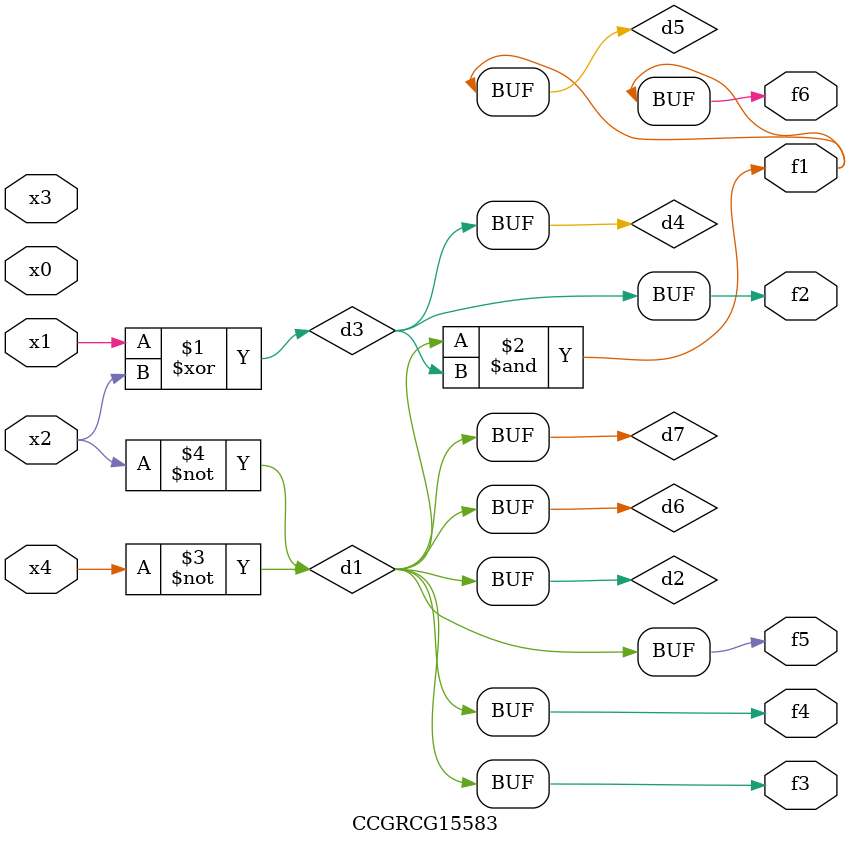
<source format=v>
module CCGRCG15583(
	input x0, x1, x2, x3, x4,
	output f1, f2, f3, f4, f5, f6
);

	wire d1, d2, d3, d4, d5, d6, d7;

	not (d1, x4);
	not (d2, x2);
	xor (d3, x1, x2);
	buf (d4, d3);
	and (d5, d1, d3);
	buf (d6, d1, d2);
	buf (d7, d2);
	assign f1 = d5;
	assign f2 = d4;
	assign f3 = d7;
	assign f4 = d7;
	assign f5 = d7;
	assign f6 = d5;
endmodule

</source>
